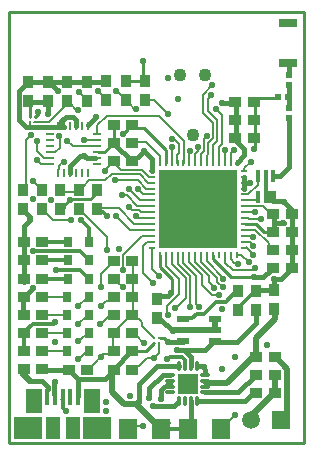
<source format=gtl>
%FSLAX25Y25*%
%MOIN*%
G70*
G01*
G75*
G04 Layer_Physical_Order=1*
G04 Layer_Color=255*
%ADD10R,0.03937X0.03740*%
%ADD11R,0.25984X0.25984*%
%ADD12O,0.00945X0.02362*%
%ADD13O,0.02362X0.00945*%
%ADD14R,0.02165X0.02362*%
%ADD15R,0.02362X0.02165*%
%ADD16R,0.03740X0.03937*%
%ADD17C,0.00984*%
%ADD18R,0.01772X0.05433*%
%ADD19R,0.09350X0.07480*%
%ADD20R,0.04606X0.07480*%
%ADD21R,0.05807X0.08268*%
%ADD22R,0.03150X0.00984*%
%ADD23R,0.00984X0.03150*%
%ADD24R,0.03937X0.02165*%
%ADD25R,0.04134X0.02362*%
%ADD26R,0.06693X0.06693*%
%ADD27O,0.03347X0.01102*%
%ADD28O,0.01102X0.03347*%
%ADD29R,0.03150X0.03740*%
%ADD30R,0.06299X0.07087*%
%ADD31R,0.01378X0.03937*%
%ADD32R,0.06299X0.03150*%
%ADD33C,0.01200*%
%ADD34C,0.00800*%
%ADD35C,0.01500*%
%ADD36C,0.02000*%
%ADD37C,0.01000*%
%ADD38C,0.01826*%
%ADD39R,0.04000X0.04100*%
%ADD40R,0.01300X0.04400*%
%ADD41R,0.04000X0.04200*%
%ADD42C,0.05906*%
%ADD43R,0.05906X0.05906*%
%ADD44C,0.02200*%
%ADD45C,0.04331*%
%ADD46C,0.05000*%
%ADD47C,0.04000*%
D10*
X316750Y304700D02*
D03*
X310450D02*
D03*
X309750Y389600D02*
D03*
X303450D02*
D03*
X316750Y310700D02*
D03*
X310450D02*
D03*
X239150Y312400D02*
D03*
X232850D02*
D03*
X269150Y387800D02*
D03*
X262850D02*
D03*
X269150Y381800D02*
D03*
X262850D02*
D03*
X239150Y348900D02*
D03*
X232850D02*
D03*
X239150Y342700D02*
D03*
X232850D02*
D03*
Y336700D02*
D03*
X239150D02*
D03*
X232850Y330700D02*
D03*
X239150D02*
D03*
Y324700D02*
D03*
X232850D02*
D03*
X239150Y318700D02*
D03*
X232850D02*
D03*
X262850Y348700D02*
D03*
X269150D02*
D03*
X262850Y342700D02*
D03*
X269150D02*
D03*
X262850Y336700D02*
D03*
X269150D02*
D03*
X262850Y330700D02*
D03*
X269150D02*
D03*
Y324700D02*
D03*
X262850D02*
D03*
X269150Y318700D02*
D03*
X262850D02*
D03*
X247850Y312300D02*
D03*
X254150D02*
D03*
X262850D02*
D03*
X269150D02*
D03*
Y394000D02*
D03*
X262850D02*
D03*
X322350Y352300D02*
D03*
X316050D02*
D03*
Y346300D02*
D03*
X322350D02*
D03*
X309750Y401600D02*
D03*
X303450D02*
D03*
X309750Y395600D02*
D03*
X303450D02*
D03*
X322350Y364300D02*
D03*
X316050D02*
D03*
X322350Y358300D02*
D03*
X316050D02*
D03*
X232850Y354900D02*
D03*
X239150D02*
D03*
X310350Y316700D02*
D03*
X316650D02*
D03*
D11*
X291100Y365800D02*
D03*
D12*
X292084Y381154D02*
D03*
X294053D02*
D03*
X296021D02*
D03*
X297990D02*
D03*
X299958D02*
D03*
X301927D02*
D03*
X303895D02*
D03*
X290116D02*
D03*
X288147D02*
D03*
X286179D02*
D03*
X284210D02*
D03*
X282242D02*
D03*
X280273D02*
D03*
X278305D02*
D03*
Y350446D02*
D03*
X280273D02*
D03*
X282242D02*
D03*
X284210D02*
D03*
X286179D02*
D03*
X288147D02*
D03*
X290116D02*
D03*
X303895D02*
D03*
X301927D02*
D03*
X299958D02*
D03*
X297990D02*
D03*
X296021D02*
D03*
X294053D02*
D03*
X292084D02*
D03*
D13*
X306454Y353005D02*
D03*
Y354973D02*
D03*
Y356942D02*
D03*
Y358910D02*
D03*
Y360879D02*
D03*
Y362847D02*
D03*
Y364816D02*
D03*
Y378595D02*
D03*
Y376627D02*
D03*
Y374658D02*
D03*
Y372690D02*
D03*
Y370721D02*
D03*
Y368753D02*
D03*
Y366784D02*
D03*
X275746Y353005D02*
D03*
Y354973D02*
D03*
Y356942D02*
D03*
Y358910D02*
D03*
Y360879D02*
D03*
Y362847D02*
D03*
Y364816D02*
D03*
Y378595D02*
D03*
Y376627D02*
D03*
Y374658D02*
D03*
Y372690D02*
D03*
Y370721D02*
D03*
Y368753D02*
D03*
Y366784D02*
D03*
D14*
X321200Y407227D02*
D03*
Y410573D02*
D03*
Y399473D02*
D03*
Y396127D02*
D03*
D15*
X321173Y403100D02*
D03*
X317827D02*
D03*
D16*
X277400Y335950D02*
D03*
Y329650D02*
D03*
X310400Y338650D02*
D03*
Y332350D02*
D03*
X304300Y338650D02*
D03*
Y332350D02*
D03*
X239100Y365850D02*
D03*
Y372150D02*
D03*
X251300Y365850D02*
D03*
Y372150D02*
D03*
X247500Y408350D02*
D03*
Y402050D02*
D03*
X267000Y402150D02*
D03*
Y408450D02*
D03*
X234500Y408350D02*
D03*
Y402050D02*
D03*
X273500Y402150D02*
D03*
Y408450D02*
D03*
X254000Y408350D02*
D03*
Y402050D02*
D03*
X260500Y408450D02*
D03*
Y402150D02*
D03*
X241000Y408350D02*
D03*
Y402050D02*
D03*
X245100Y365850D02*
D03*
Y372150D02*
D03*
X257500Y365850D02*
D03*
Y372150D02*
D03*
X232800Y372250D02*
D03*
Y365950D02*
D03*
X316400Y338750D02*
D03*
Y332450D02*
D03*
D17*
X277987Y321213D02*
D03*
X276413D02*
D03*
Y322787D02*
D03*
X277987D02*
D03*
X236587Y394913D02*
D03*
X235013D02*
D03*
Y396487D02*
D03*
X236587D02*
D03*
D18*
X245893Y303265D02*
D03*
X240775D02*
D03*
X251011D02*
D03*
X248452D02*
D03*
X243334D02*
D03*
D19*
X234426Y292792D02*
D03*
X257360D02*
D03*
D20*
X249180D02*
D03*
X242605D02*
D03*
D21*
X255588Y301847D02*
D03*
X236198D02*
D03*
D22*
X257274Y380879D02*
D03*
Y382847D02*
D03*
Y384816D02*
D03*
Y386784D02*
D03*
Y388753D02*
D03*
Y390721D02*
D03*
X241526D02*
D03*
Y388753D02*
D03*
Y386784D02*
D03*
Y384816D02*
D03*
Y382847D02*
D03*
Y380879D02*
D03*
D23*
X244479Y393674D02*
D03*
X246447D02*
D03*
X248416D02*
D03*
X250384D02*
D03*
X252353D02*
D03*
X254321D02*
D03*
Y377926D02*
D03*
X252353D02*
D03*
X250384D02*
D03*
X248416D02*
D03*
X246447D02*
D03*
X244479D02*
D03*
D24*
X285985Y321860D02*
D03*
Y329340D02*
D03*
D25*
X296615D02*
D03*
Y321860D02*
D03*
Y325600D02*
D03*
D26*
X287600Y307700D02*
D03*
D27*
X281793Y308684D02*
D03*
Y306716D02*
D03*
Y304747D02*
D03*
Y310653D02*
D03*
X293407D02*
D03*
Y304747D02*
D03*
Y306716D02*
D03*
Y308684D02*
D03*
D28*
X288584Y313507D02*
D03*
X286616D02*
D03*
X284647D02*
D03*
X290553D02*
D03*
Y301893D02*
D03*
X284647D02*
D03*
X286616D02*
D03*
X288584D02*
D03*
D29*
X247557Y348900D02*
D03*
X254643D02*
D03*
X247557Y342700D02*
D03*
X254643D02*
D03*
X254543Y336700D02*
D03*
X247457D02*
D03*
X254543Y330700D02*
D03*
X247457D02*
D03*
Y324700D02*
D03*
X254543D02*
D03*
X247457Y318700D02*
D03*
X254543D02*
D03*
X254643Y354900D02*
D03*
X247557D02*
D03*
D30*
X278812Y292600D02*
D03*
X267788D02*
D03*
X287588D02*
D03*
X298612D02*
D03*
D31*
X313559Y369913D02*
D03*
X311000D02*
D03*
X316118D02*
D03*
Y377000D02*
D03*
X311000D02*
D03*
X313559D02*
D03*
D32*
X321100Y427993D02*
D03*
Y414607D02*
D03*
D33*
X251643Y345700D02*
X254643Y342700D01*
Y354900D02*
Y359457D01*
X236000Y351900D02*
X251700D01*
X254600Y349000D01*
X233300Y325100D02*
X235900Y327700D01*
X242900D01*
X286616Y313507D02*
Y315684D01*
X285700Y316600D02*
X286616Y315684D01*
X281600Y316600D02*
X285700D01*
X281100Y316100D02*
X281600Y316600D01*
X289000Y329400D02*
X290521Y330921D01*
X285445Y329400D02*
X289000D01*
X290521Y330921D02*
X293033D01*
X296913Y334800D01*
X300200D01*
X239400Y342600D02*
X247900D01*
X240500Y348800D02*
X246300D01*
X252000Y362100D02*
X254643Y359457D01*
X246100Y299600D02*
Y301750D01*
Y299600D02*
X247000Y298700D01*
X278700Y292400D02*
X287200D01*
X232900Y318200D02*
Y324843D01*
X243600Y345700D02*
X251643D01*
X304800Y333100D02*
X310500Y338800D01*
X300200Y334800D02*
X303500Y338100D01*
X240200Y354800D02*
X246000D01*
D34*
X260600Y351900D02*
Y352200D01*
Y351900D02*
Y352800D01*
X260700Y352900D01*
Y356600D01*
X254371Y393324D02*
Y394015D01*
X312700Y366900D02*
X314700Y364900D01*
X306500Y366900D02*
X312700D01*
X242900Y327700D02*
X243500Y328300D01*
X277600Y334650D02*
Y336800D01*
X277700Y336900D01*
X252300Y365000D02*
X260700Y356600D01*
X290379Y334321D02*
Y343521D01*
X297480Y341620D02*
X299300Y339800D01*
X297480Y341620D02*
Y342820D01*
X292084Y348216D02*
X297480Y342820D01*
X299300Y339800D02*
X299500D01*
X295843Y337300D02*
X297200D01*
X292447Y340696D02*
Y343753D01*
Y340696D02*
X295843Y337300D01*
X294516Y341684D02*
X296300Y339900D01*
X294516Y341684D02*
Y343684D01*
X306500Y379500D02*
X308600Y381600D01*
X305500Y350700D02*
X308000Y348200D01*
X301927Y384527D02*
X303000Y385600D01*
X301927Y381154D02*
Y384527D01*
X299958Y381154D02*
Y385600D01*
X308100Y362400D02*
X312100D01*
X307653Y362847D02*
X308100Y362400D01*
X306454Y362847D02*
X307653D01*
X299958Y348042D02*
Y350446D01*
X303150Y347800D02*
X304400D01*
X301927Y349173D02*
X303150Y347950D01*
X301927Y349173D02*
Y350446D01*
X272700Y344500D02*
X276000Y341200D01*
X272700Y344500D02*
Y353500D01*
X275746Y345954D02*
X278000Y343700D01*
X275746Y345954D02*
Y353005D01*
X294053Y348447D02*
Y350446D01*
Y348447D02*
X299500Y343000D01*
X292084Y348216D02*
Y350446D01*
X290116Y348084D02*
Y350446D01*
Y348084D02*
X294516Y343684D01*
X288147Y348053D02*
X292447Y343753D01*
X288147Y348053D02*
Y350446D01*
X286179Y347721D02*
Y350446D01*
Y347721D02*
X290379Y343521D01*
X284210Y347690D02*
Y350446D01*
Y347690D02*
X288510Y343390D01*
X282242Y347558D02*
Y350446D01*
X280273Y346927D02*
Y350446D01*
Y346927D02*
X284573Y342627D01*
X272084Y364816D02*
X275746D01*
X271400Y365500D02*
X272084Y364816D01*
X269000Y365500D02*
X271400D01*
X270853Y362847D02*
X275746D01*
X270300Y363400D02*
X270853Y362847D01*
X268000Y366500D02*
X269000Y365500D01*
X270800Y367000D02*
X275746D01*
X267200Y370600D02*
X270800Y367000D01*
X265600Y370600D02*
X267200D01*
X263700Y363700D02*
X268500Y358900D01*
X258700Y366100D02*
X264600D01*
X269800Y360900D01*
X275335D01*
X304100Y350700D02*
X305500D01*
X307100Y353100D02*
X309300Y350900D01*
X308200Y354900D02*
X309400Y353700D01*
X306300Y354900D02*
X308200D01*
X306300Y357000D02*
X309000D01*
X267700Y392600D02*
X268500D01*
X306400Y364800D02*
X310100D01*
X306754Y368727D02*
X311000D01*
X310900Y374000D02*
Y375800D01*
X307627Y370727D02*
X310900Y374000D01*
X307154Y370727D02*
X307627D01*
X264250Y404900D02*
X267000Y402150D01*
X245450Y302400D02*
X246100Y301750D01*
X257700Y405100D02*
X260575Y402225D01*
X243200Y328300D02*
X243500D01*
X288510Y333300D02*
Y343390D01*
X277987Y317787D02*
Y321213D01*
X240000Y364900D02*
X242800Y362100D01*
X244515Y380231D02*
X246108Y381795D01*
X244492Y377576D02*
X244515Y380231D01*
X246200Y371400D02*
X250700D01*
Y315300D02*
X254200Y318800D01*
X251400Y321800D02*
X254900Y325300D01*
X250700Y333200D02*
X254200Y336700D01*
X250700Y327200D02*
X254200Y330700D01*
X258700Y327700D02*
X262200Y331200D01*
X251300Y404900D02*
X254175Y402025D01*
X239757Y336600D02*
X247400D01*
X239157Y330600D02*
X246800D01*
X238957Y324600D02*
X246600D01*
X239657Y318600D02*
X247300D01*
X264000Y341200D02*
X264500D01*
X258900Y333800D02*
X260400Y335300D01*
X261900D01*
X255900Y314000D02*
X259400Y317500D01*
X261500D01*
X270100Y319000D02*
X270700Y318400D01*
X270600Y323400D02*
X272650Y321350D01*
X262642Y318700D02*
Y325200D01*
X264100Y325900D02*
X268100Y329900D01*
X264000Y404900D02*
X264250D01*
X306500Y378600D02*
Y379500D01*
X284573Y337573D02*
Y342627D01*
X280600Y330500D02*
Y333600D01*
X284573Y337573D01*
X250400Y398900D02*
X250900D01*
X248200Y401100D02*
X250400Y398900D01*
X237300Y382200D02*
X238600Y380900D01*
X268100Y401100D02*
X270150Y399050D01*
X292600Y404000D02*
X295700Y407100D01*
X294400Y402700D02*
X295600Y403900D01*
X294400Y398600D02*
Y402700D01*
X292600Y397900D02*
Y404000D01*
X273400Y402150D02*
X276350D01*
X281100Y397400D01*
X257324Y390900D02*
Y393724D01*
X236500Y395000D02*
X241300D01*
X246200Y399900D01*
Y401000D01*
X257324Y393724D02*
X260600Y397000D01*
X235013Y393300D02*
Y394913D01*
X260600Y397000D02*
X277900D01*
X278305Y381154D02*
Y383495D01*
X282200Y381054D02*
Y386400D01*
X286200Y381154D02*
Y388700D01*
X277900Y397000D02*
X286200Y388700D01*
X284100Y381200D02*
Y384000D01*
X284700Y384600D01*
X288100Y381200D02*
Y385700D01*
X290100Y381100D02*
Y384200D01*
X291000Y385100D01*
Y386700D01*
X292100Y381100D02*
Y384100D01*
X293100Y385100D01*
Y389400D01*
X294000Y390300D01*
X292600Y397900D02*
X296000Y394500D01*
Y389538D02*
Y394500D01*
X294500Y388037D02*
X296000Y389538D01*
X294000Y381600D02*
Y383600D01*
X294500Y384100D01*
Y388037D01*
X296000Y381500D02*
Y387100D01*
X298000Y381200D02*
Y386700D01*
X296000Y387100D02*
X297400Y388500D01*
Y395600D01*
X294400Y398600D02*
X297400Y395600D01*
X298000Y386700D02*
X298900Y387600D01*
Y397200D01*
X296900Y399200D02*
X298900Y397200D01*
X269450Y383150D02*
X270850D01*
X273600Y388200D02*
X278305Y383495D01*
X270100Y386700D02*
Y388200D01*
X273600D01*
X274673Y376627D02*
X275746D01*
X274442Y374658D02*
X275746D01*
X273810Y372690D02*
X275746D01*
X236100Y375200D02*
X239324Y371976D01*
X235200Y390400D02*
Y390600D01*
X244900Y386326D02*
Y390000D01*
X270900Y372600D02*
X272680Y370820D01*
X275746D01*
X268000Y372500D02*
X271700Y368800D01*
X275746D01*
X234000Y365200D02*
Y366500D01*
X268500Y358900D02*
X275735D01*
X274173Y354973D02*
X275746D01*
X272700Y353500D02*
X274173Y354973D01*
X242800Y362100D02*
X248600D01*
X259600Y378400D02*
X263100Y381900D01*
X233600Y373400D02*
Y389000D01*
X235200Y390600D01*
X243374Y384800D02*
X244900Y386326D01*
X241600Y384800D02*
X243374D01*
X237400Y385274D02*
Y388400D01*
Y385274D02*
X239674Y383000D01*
X241400D01*
X238600Y380900D02*
X241400D01*
X247400Y388600D02*
X249200Y386800D01*
X256400D01*
X253000Y388900D02*
X253400Y388500D01*
X253000Y388800D02*
X257500D01*
X252600Y373200D02*
X254800Y375400D01*
X260100D01*
X272300Y379000D02*
X274673Y376627D01*
X263500Y381000D02*
X265500Y379000D01*
X272300D01*
X271600Y377500D02*
X274442Y374658D01*
X260100Y375400D02*
X262200Y377500D01*
X271600D01*
X263000Y374800D02*
X263800Y375600D01*
X270900D01*
X273810Y372690D01*
X266000Y350690D02*
X272252Y356942D01*
X266000Y345700D02*
Y350690D01*
X272252Y356942D02*
X275746D01*
X264500Y341200D02*
X265900Y339800D01*
X258600Y340200D02*
Y344100D01*
X261900Y347400D01*
X282242Y347558D02*
X287000Y342800D01*
X283450Y332550D02*
X287000Y336100D01*
Y342800D01*
X283050Y389300D02*
X284700Y387650D01*
Y384600D02*
Y387650D01*
X306500Y358900D02*
X310100D01*
X314600Y354400D01*
Y352600D02*
Y354400D01*
X267600Y295400D02*
X269600Y293400D01*
X272700D01*
X269500Y331000D02*
Y349600D01*
X269700Y313600D02*
X271300D01*
X273900Y316200D01*
X272400Y326825D02*
X276325Y322900D01*
X272400Y326825D02*
Y328100D01*
X269500Y331000D02*
X272400Y328100D01*
X290379Y334321D02*
X291500Y333200D01*
X296000Y290000D02*
Y292900D01*
Y290000D02*
X303200Y297200D01*
X299958Y348042D02*
X302600Y345400D01*
X309300D01*
X276400Y316200D02*
X277987Y317787D01*
X273900Y316200D02*
X276400D01*
D35*
X312800Y343100D02*
X315300Y345600D01*
X309800Y343100D02*
X312800D01*
X275746Y378595D02*
Y382554D01*
X253000Y383700D02*
X253900Y382800D01*
X248416Y377926D02*
Y380316D01*
X251800Y383700D02*
X253000D01*
X248416Y380316D02*
X251800Y383700D01*
X254371Y394015D02*
X256957Y396600D01*
X245400Y393300D02*
Y395100D01*
X246900Y396600D01*
X250384Y393674D02*
Y395616D01*
X249400Y396600D02*
X250384Y395616D01*
X231300Y405150D02*
X234500Y408350D01*
X231300Y395400D02*
Y405150D01*
Y395400D02*
X233600Y393100D01*
X246447D01*
X232900Y360200D02*
X234900Y362200D01*
X233200Y364900D02*
X234900Y363200D01*
X303800Y388600D02*
X306400Y386000D01*
Y383800D02*
Y386000D01*
X318550Y342500D02*
X322350Y346300D01*
X284000Y318900D02*
X293500D01*
X278500Y329300D02*
X282700Y325100D01*
X304498Y304747D02*
X310450Y310700D01*
X306700Y302000D02*
X309700Y305000D01*
X280900Y336900D02*
X282000Y338000D01*
X296000Y321400D02*
X303900D01*
X293500Y318900D02*
X296000Y321400D01*
X310400Y327900D02*
Y332350D01*
X303900Y321400D02*
X310400Y327900D01*
X288584Y313507D02*
Y316516D01*
X286700Y318400D02*
X288584Y316516D01*
X293407Y304747D02*
X304498D01*
X290646Y302000D02*
X306700D01*
X240900Y305900D02*
Y306700D01*
X239000Y308600D02*
X240900Y306700D01*
X235000Y308600D02*
X239000D01*
X251000Y309150D02*
X259850D01*
X247850Y312300D02*
X251000Y309150D01*
X271500Y301500D02*
Y307700D01*
X277300Y313500D01*
X274800Y302800D02*
Y306100D01*
X279353Y310653D01*
X278700Y305400D02*
X281200Y307900D01*
X279353Y310653D02*
X281793D01*
X277300Y313500D02*
X284600D01*
X283100Y300300D02*
X284400Y301600D01*
X275800Y300300D02*
X283100D01*
X275800D02*
X276000Y300100D01*
X277700Y336900D02*
X280900D01*
X233800Y337300D02*
X236000Y339500D01*
X232800Y330500D02*
Y337143D01*
X232900Y341600D02*
Y360200D01*
X303900Y381300D02*
X306400Y383800D01*
X307300Y374600D02*
X308400D01*
X316400Y361200D02*
X319600D01*
X316200Y358100D02*
Y365069D01*
X319600Y368300D02*
X322350Y365550D01*
Y346300D02*
Y365550D01*
X243100Y304100D02*
Y308200D01*
X263450Y313050D02*
X268500Y318100D01*
X259850Y309150D02*
X262300Y311600D01*
X251000Y303600D02*
Y309150D01*
X240200Y312200D02*
X247150D01*
X234500Y408350D02*
X260400D01*
X241000Y397600D02*
Y401000D01*
X234500Y401600D02*
X241000D01*
X316100Y368400D02*
X319600D01*
X241425Y408175D02*
X244300Y405300D01*
X246900Y396600D02*
X249400D01*
X273000Y385300D02*
X275746Y382554D01*
X264100Y386700D02*
X267850Y382950D01*
X270850Y383150D02*
X273000Y385300D01*
X303650Y389600D02*
Y401350D01*
X306454Y372690D02*
Y376600D01*
X299073Y401100D02*
X303100D01*
X253900Y382800D02*
X256800D01*
X234900Y362200D02*
Y363200D01*
X288584Y294016D02*
Y301893D01*
X281793Y307000D02*
Y308516D01*
X293300Y310900D02*
Y312300D01*
X291300Y313400D02*
X292200D01*
X278700Y302700D02*
Y305400D01*
X310500Y338750D02*
X316400D01*
Y342500D02*
X318550D01*
X316400Y338900D02*
Y342500D01*
X281000Y321400D02*
X285985D01*
D36*
X282600Y325600D02*
X296615D01*
Y329340D01*
X262300Y304900D02*
Y311600D01*
Y304900D02*
X266400Y300800D01*
X310300Y316200D02*
Y323000D01*
X316600Y329300D01*
X293800Y307900D02*
X300800D01*
X309400Y316500D01*
X270800Y300800D02*
X271500Y301500D01*
X266400Y300800D02*
X270800D01*
X317000Y316500D02*
X320800Y312700D01*
X270600Y300600D02*
X276400Y294800D01*
X232500Y311100D02*
X235000Y308600D01*
X320800Y297700D02*
Y312700D01*
X316600Y305500D02*
Y310700D01*
X307800Y295900D02*
X316100Y304200D01*
X316600Y329300D02*
Y332000D01*
D37*
X282000Y338000D02*
X282500Y338500D01*
X279600Y322800D02*
X281000Y321400D01*
X310100Y310400D02*
X310900D01*
X287600Y295000D02*
X288584Y294016D01*
X296021Y349079D02*
Y350446D01*
X278305Y346595D02*
X282500Y342400D01*
Y338500D02*
Y342400D01*
X281300Y294740D02*
X281440Y294600D01*
X266000Y390900D02*
X267700Y392600D01*
X310600Y402800D02*
X317568D01*
X267250Y408450D02*
X273500D01*
X267250D02*
X267400Y408300D01*
X236600Y396600D02*
X237963Y397963D01*
X235013Y396487D02*
Y400900D01*
X272600Y409100D02*
Y415400D01*
X302950Y402050D02*
X303650Y401350D01*
X262950Y388100D02*
Y393150D01*
X280300Y381154D02*
Y385500D01*
X259700Y384800D02*
X262200Y387300D01*
X255100Y369100D02*
X256700Y370700D01*
X246300Y366100D02*
Y366900D01*
X248500Y369100D01*
X255100D01*
X258000Y365100D02*
X259100D01*
X260900Y363300D01*
X309850Y386300D02*
Y402150D01*
X278305Y346595D02*
Y350446D01*
X257800Y384800D02*
X259700D01*
X272900Y392900D02*
X280300Y385500D01*
X269600Y392900D02*
X272900D01*
X306700Y360900D02*
X310500D01*
X313100Y358300D01*
X315200D01*
X270700Y318400D02*
X273600D01*
X276413Y321213D01*
X293500Y306800D02*
Y308500D01*
X318600Y295500D02*
X320800Y297700D01*
X316100Y304200D02*
Y305500D01*
X292200Y313400D02*
X293300Y312300D01*
X296021Y349079D02*
X301900Y343200D01*
X309800D01*
X278200Y322800D02*
X279600D01*
X277600Y329300D02*
X278500D01*
X326400Y288000D02*
Y431500D01*
X228000Y288000D02*
X326400D01*
X228000Y431500D02*
X326400D01*
X228000Y288000D02*
Y431500D01*
D38*
X321200Y379900D02*
Y395700D01*
X318200Y376900D02*
X321200Y379900D01*
X316400Y376900D02*
X318200D01*
X321200Y400100D02*
Y406500D01*
Y411300D02*
Y414107D01*
D39*
X314900Y369850D02*
D03*
D40*
X313550Y373000D02*
D03*
D41*
X314900Y369900D02*
D03*
D42*
X308600Y295500D02*
D03*
D43*
X318600D02*
D03*
D44*
X260600Y352200D02*
D03*
X284000Y318900D02*
D03*
X268200Y303500D02*
D03*
X280800Y316000D02*
D03*
X276000Y300100D02*
D03*
X252000Y362100D02*
D03*
X291500Y333200D02*
D03*
X296500Y339700D02*
D03*
X299500Y339800D02*
D03*
Y342600D02*
D03*
X297900Y337200D02*
D03*
X308400Y374600D02*
D03*
X308600Y381600D02*
D03*
X308000Y348200D02*
D03*
X310100Y364800D02*
D03*
X312100Y362400D02*
D03*
X316400Y342500D02*
D03*
X270300Y363400D02*
D03*
X268000Y366500D02*
D03*
X263700Y363700D02*
D03*
X319200Y361300D02*
D03*
X309400Y350700D02*
D03*
Y353700D02*
D03*
X309300Y356700D02*
D03*
X309800Y386000D02*
D03*
X319600Y368300D02*
D03*
X258600Y340000D02*
D03*
X244300Y405300D02*
D03*
X257700Y405100D02*
D03*
X263800Y405300D02*
D03*
X243200Y328300D02*
D03*
X243500Y321500D02*
D03*
X234900Y308600D02*
D03*
X243300Y308200D02*
D03*
X282000Y338000D02*
D03*
X266000Y345700D02*
D03*
X246300Y381600D02*
D03*
X237300Y382200D02*
D03*
X251300Y404900D02*
D03*
X241000Y397600D02*
D03*
X271500Y301500D02*
D03*
X247000Y298600D02*
D03*
X260300D02*
D03*
X251000Y333700D02*
D03*
Y327700D02*
D03*
Y321800D02*
D03*
X237400Y388400D02*
D03*
X236000Y351900D02*
D03*
X265900Y339800D02*
D03*
X258700Y333700D02*
D03*
X258500Y327500D02*
D03*
X260400Y301700D02*
D03*
X258600Y316500D02*
D03*
X251000Y315800D02*
D03*
X272900Y321300D02*
D03*
X281000Y409400D02*
D03*
X278000Y343700D02*
D03*
X276000Y341200D02*
D03*
X272600Y415300D02*
D03*
X237600Y398200D02*
D03*
X253000Y388900D02*
D03*
Y383700D02*
D03*
X250900Y398900D02*
D03*
X256900Y396600D02*
D03*
X284500Y402400D02*
D03*
X281100Y397400D02*
D03*
X270200Y399100D02*
D03*
X295700Y407100D02*
D03*
X298900Y401200D02*
D03*
X295500Y403900D02*
D03*
X296900Y399200D02*
D03*
X291000Y386700D02*
D03*
X282400Y389300D02*
D03*
Y386400D02*
D03*
X288300Y385300D02*
D03*
X293900Y390300D02*
D03*
X266000Y390900D02*
D03*
X273000Y385300D02*
D03*
X236100Y375200D02*
D03*
X248200Y368900D02*
D03*
X235200Y390400D02*
D03*
X244800Y390100D02*
D03*
X247400Y388600D02*
D03*
X270900Y372600D02*
D03*
X268000Y372500D02*
D03*
X265600Y370600D02*
D03*
X234900Y362200D02*
D03*
X248600Y362100D02*
D03*
X235900Y369100D02*
D03*
X242100Y369000D02*
D03*
X260000Y378700D02*
D03*
X260600Y363600D02*
D03*
X300100Y385600D02*
D03*
X303000D02*
D03*
X263200Y375400D02*
D03*
X236000Y339700D02*
D03*
X243600Y345700D02*
D03*
X264800Y352600D02*
D03*
X272700Y293400D02*
D03*
X288400Y333300D02*
D03*
X278700Y302700D02*
D03*
X292947Y313207D02*
D03*
X303200Y297200D02*
D03*
X309900Y346100D02*
D03*
X304400Y347700D02*
D03*
X309800Y343100D02*
D03*
X283200Y332800D02*
D03*
X274800Y302800D02*
D03*
X276400Y316200D02*
D03*
X281000Y321400D02*
D03*
X282600Y325200D02*
D03*
X281100Y330500D02*
D03*
X298900Y332500D02*
D03*
X299000Y312600D02*
D03*
X303400Y316400D02*
D03*
X313900Y320700D02*
D03*
D45*
X289300Y390700D02*
D03*
X293300Y410700D02*
D03*
X284946D02*
D03*
D46*
X283800Y357700D02*
D03*
X283600Y373400D02*
D03*
X298400Y372700D02*
D03*
X297600Y357500D02*
D03*
X291200Y364700D02*
D03*
D47*
X287600Y307700D02*
D03*
M02*

</source>
